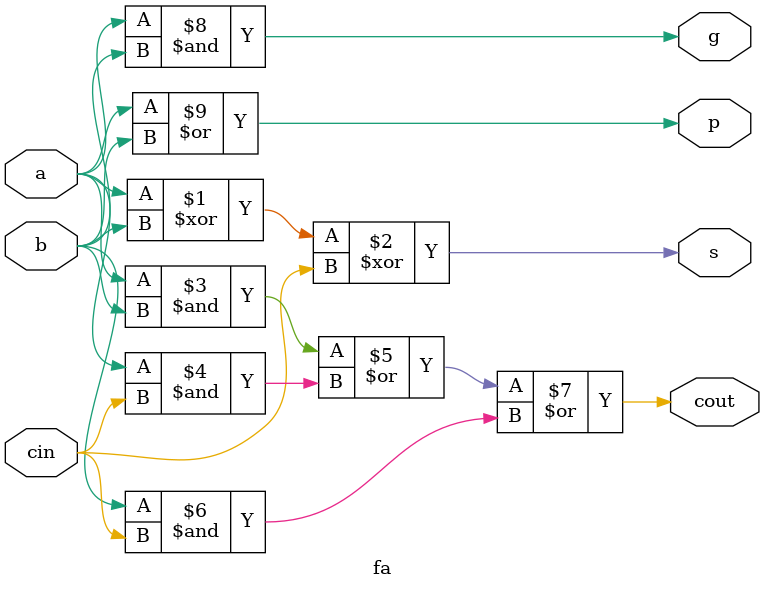
<source format=v>


module fa(
    input a,
    input b,
    input cin,
    output g,
    output p,
    output s,
    output cout
    );
    assign s = a ^ b ^ cin;
    assign cout = (a & b) | (a & cin) | (b & cin);
    assign g = a & b;
    assign p = a | b;
endmodule

</source>
